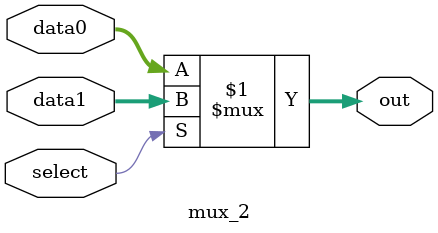
<source format=sv>
module mux_2 (
	input logic [15:0] data0,
	input logic	[15:0] data1,
	input logic select,
	output logic [15:0] out
);
	assign out = select ? data1 : data0;
endmodule
</source>
